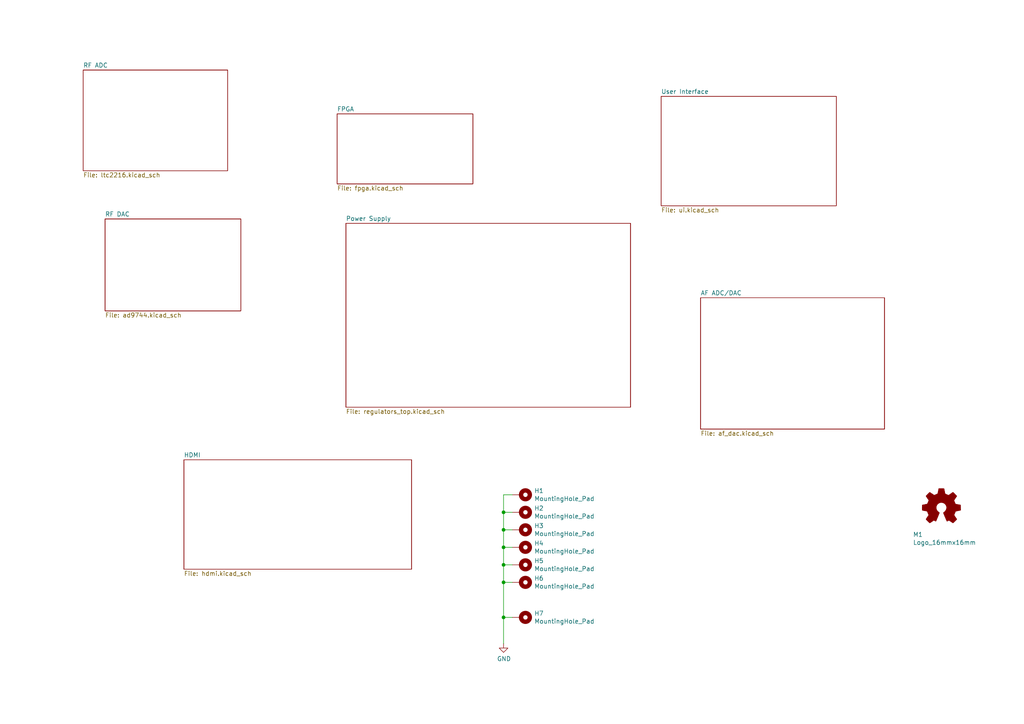
<source format=kicad_sch>
(kicad_sch (version 20210126) (generator eeschema)
  (paper "A4")
  (title_block (rev "DRAFT") (company "M0WUT"))
  (lib_symbols
    (symbol "Graphic:Logo_Open_Hardware_Small" (pin_names (offset 1.016))
      (symbol "Logo_Open_Hardware_Small_0_1"
        (polyline (pts (xy 3.3528 -4.3434) (xy 3.302 -4.318) (xy 3.175 -4.2418) (xy 2.9972 -4.1148) (xy 2.7686 -3.9624) (xy 2.54 -3.81) (xy 2.3622 -3.7084) (xy 2.2352 -3.6068) (xy 2.1844 -3.5814) (xy 2.159 -3.6068) (xy 2.0574 -3.6576) (xy 1.905 -3.7338) (xy 1.8034 -3.7846) (xy 1.6764 -3.8354) (xy 1.6002 -3.8354) (xy 1.6002 -3.8354) (xy 1.5494 -3.7338) (xy 1.4732 -3.5306) (xy 1.3462 -3.302) (xy 1.2446 -3.0226) (xy 1.1176 -2.7178) (xy 0.9652 -2.413) (xy 0.8636 -2.1082) (xy 0.7366 -1.8288) (xy 0.6604 -1.6256) (xy 0.6096 -1.4732) (xy 0.5842 -1.397) (xy 0.5842 -1.397) (xy 0.6604 -1.3208) (xy 0.7874 -1.2446) (xy 1.0414 -1.016) (xy 1.2954 -0.6858) (xy 1.4478 -0.3302) (xy 1.524 0.0762) (xy 1.4732 0.4572) (xy 1.3208 0.8128) (xy 1.0668 1.143) (xy 0.762 1.3716) (xy 0.4064 1.524) (xy 0 1.5748) (xy -0.381 1.5494) (xy -0.7366 1.397) (xy -1.0668 1.143) (xy -1.2192 0.9906) (xy -1.397 0.6604) (xy -1.524 0.3048) (xy -1.524 0.2286) (xy -1.4986 -0.1778) (xy -1.397 -0.5334) (xy -1.1938 -0.8636) (xy -0.9144 -1.143) (xy -0.8636 -1.1684) (xy -0.7366 -1.27) (xy -0.635 -1.3462) (xy -0.5842 -1.397) (xy -1.0668 -2.5908) (xy -1.143 -2.794) (xy -1.2954 -3.1242) (xy -1.397 -3.4036) (xy -1.4986 -3.6322) (xy -1.5748 -3.7846) (xy -1.6002 -3.8354) (xy -1.6002 -3.8354) (xy -1.651 -3.8354) (xy -1.7272 -3.81) (xy -1.905 -3.7338) (xy -2.0066 -3.683) (xy -2.1336 -3.6068) (xy -2.2098 -3.5814) (xy -2.2606 -3.6068) (xy -2.3622 -3.683) (xy -2.54 -3.81) (xy -2.7686 -3.9624) (xy -2.9718 -4.0894) (xy -3.1496 -4.2164) (xy -3.302 -4.318) (xy -3.3528 -4.3434) (xy -3.3782 -4.3434) (xy -3.429 -4.318) (xy -3.5306 -4.2164) (xy -3.7084 -4.064) (xy -3.937 -3.8354) (xy -3.9624 -3.81) (xy -4.1656 -3.6068) (xy -4.318 -3.4544) (xy -4.4196 -3.3274) (xy -4.445 -3.2766) (xy -4.445 -3.2766) (xy -4.4196 -3.2258) (xy -4.318 -3.0734) (xy -4.2164 -2.8956) (xy -4.064 -2.667) (xy -3.6576 -2.0828) (xy -3.8862 -1.5494) (xy -3.937 -1.3716) (xy -4.0386 -1.1684) (xy -4.0894 -1.0414) (xy -4.1148 -0.9652) (xy -4.191 -0.9398) (xy -4.318 -0.9144) (xy -4.5466 -0.8636) (xy -4.8006 -0.8128) (xy -5.0546 -0.7874) (xy -5.2578 -0.7366) (xy -5.4356 -0.7112) (xy -5.5118 -0.6858) (xy -5.5118 -0.6858) (xy -5.5372 -0.635) (xy -5.5372 -0.5588) (xy -5.5372 -0.4318) (xy -5.5626 -0.2286) (xy -5.5626 0.0762) (xy -5.5626 0.127) (xy -5.5372 0.4064) (xy -5.5372 0.635) (xy -5.5372 0.762) (xy -5.5372 0.8382) (xy -5.5372 0.8382) (xy -5.461 0.8382) (xy -5.3086 0.889) (xy -5.08 0.9144) (xy -4.826 0.9652) (xy -4.8006 0.9906) (xy -4.5466 1.0414) (xy -4.318 1.0668) (xy -4.1656 1.1176) (xy -4.0894 1.143) (xy -4.0894 1.143) (xy -4.0386 1.2446) (xy -3.9624 1.4224) (xy -3.8608 1.6256) (xy -3.7846 1.8288) (xy -3.7084 2.0066) (xy -3.6576 2.159) (xy -3.6322 2.2098) (xy -3.6322 2.2098) (xy -3.683 2.286) (xy -3.7592 2.413) (xy -3.8862 2.5908) (xy -4.064 2.8194) (xy -4.064 2.8448) (xy -4.2164 3.0734) (xy -4.3434 3.2512) (xy -4.4196 3.3782) (xy -4.445 3.4544) (xy -4.445 3.4544) (xy -4.3942 3.5052) (xy -4.2926 3.6322) (xy -4.1148 3.81) (xy -3.937 4.0132) (xy -3.8608 4.064) (xy -3.6576 4.2926) (xy -3.5052 4.4196) (xy -3.4036 4.4958) (xy -3.3528 4.5212) (xy -3.3528 4.5212) (xy -3.302 4.4704) (xy -3.1496 4.3688) (xy -2.9718 4.2418) (xy -2.7432 4.0894) (xy -2.7178 4.0894) (xy -2.4892 3.937) (xy -2.3114 3.81) (xy -2.1844 3.7084) (xy -2.1336 3.683) (xy -2.1082 3.683) (xy -2.032 3.7084) (xy -1.8542 3.7592) (xy -1.6764 3.8354) (xy -1.4732 3.937) (xy -1.27 4.0132) (xy -1.143 4.064) (xy -1.0668 4.1148) (xy -1.0668 4.1148) (xy -1.0414 4.191) (xy -1.016 4.3434) (xy -0.9652 4.572) (xy -0.9144 4.8514) (xy -0.889 4.9022) (xy -0.8382 5.1562) (xy -0.8128 5.3848) (xy -0.7874 5.5372) (xy -0.762 5.588) (xy -0.7112 5.6134) (xy -0.5842 5.6134) (xy -0.4064 5.6134) (xy -0.1524 5.6134) (xy 0.0762 5.6134) (xy 0.3302 5.6134) (xy 0.5334 5.6134) (xy 0.6858 5.588) (xy 0.7366 5.588) (xy 0.7366 5.588) (xy 0.762 5.5118) (xy 0.8128 5.334) (xy 0.8382 5.1054) (xy 0.9144 4.826) (xy 0.9144 4.7752) (xy 0.9652 4.5212) (xy 1.016 4.2926) (xy 1.0414 4.1402) (xy 1.0668 4.0894) (xy 1.0668 4.0894) (xy 1.1938 4.0386) (xy 1.3716 3.9624) (xy 1.5748 3.8608) (xy 2.0828 3.6576) (xy 2.7178 4.0894) (xy 2.7686 4.1402) (xy 2.9972 4.2926) (xy 3.175 4.4196) (xy 3.302 4.4958) (xy 3.3782 4.5212) (xy 3.3782 4.5212) (xy 3.429 4.4704) (xy 3.556 4.3434) (xy 3.7338 4.191) (xy 3.9116 3.9878) (xy 4.064 3.8354) (xy 4.2418 3.6576) (xy 4.3434 3.556) (xy 4.4196 3.4798) (xy 4.4196 3.429) (xy 4.4196 3.4036) (xy 4.3942 3.3274) (xy 4.2926 3.2004) (xy 4.1656 2.9972) (xy 4.0132 2.794) (xy 3.8862 2.5908) (xy 3.7592 2.3876) (xy 3.6576 2.2352) (xy 3.6322 2.159) (xy 3.6322 2.1336) (xy 3.683 2.0066) (xy 3.7592 1.8288) (xy 3.8608 1.6002) (xy 4.064 1.1176) (xy 4.3942 1.0414) (xy 4.5974 1.016) (xy 4.8768 0.9652) (xy 5.1308 0.9144) (xy 5.5372 0.8382) (xy 5.5626 -0.6604) (xy 5.4864 -0.6858) (xy 5.4356 -0.6858) (xy 5.2832 -0.7366) (xy 5.0546 -0.762) (xy 4.8006 -0.8128) (xy 4.5974 -0.8636) (xy 4.3688 -0.9144) (xy 4.2164 -0.9398) (xy 4.1402 -0.9398) (xy 4.1148 -0.9652) (xy 4.064 -1.0668) (xy 3.9878 -1.2446) (xy 3.9116 -1.4478) (xy 3.81 -1.651) (xy 3.7338 -1.8542) (xy 3.683 -2.0066) (xy 3.6576 -2.0828) (xy 3.683 -2.1336) (xy 3.7846 -2.2606) (xy 3.8862 -2.4638) (xy 4.0386 -2.667) (xy 4.191 -2.8956) (xy 4.318 -3.0734) (xy 4.3942 -3.2004) (xy 4.445 -3.2766) (xy 4.4196 -3.3274) (xy 4.3434 -3.429) (xy 4.1656 -3.5814) (xy 3.937 -3.8354) (xy 3.8862 -3.8608) (xy 3.683 -4.064) (xy 3.5306 -4.2164) (xy 3.4036 -4.318) (xy 3.3528 -4.3434)) (fill (type outline)))
      )
    )
    (symbol "Mechanical:MountingHole_Pad" (pin_numbers hide) (pin_names (offset 1.016) hide)
      (property "Reference" "H" (at 0 6.35 0))
      (property "Value" "MountingHole_Pad" (at 0 4.445 0))
      (symbol "MountingHole_Pad_0_1"
        (circle (center 0 1.27) (radius 1.27) (stroke (width 1.27)))
      )
      (symbol "MountingHole_Pad_1_1"
        (pin input line (at 0 -2.54 90) (length 2.54) (name "1") (number "1"))
      )
    )
    (symbol "Misc_WUT:Logo_16mmx16mm" (pin_names (offset 1.016))
      (property "Reference" "M" (at 0 1.27 0))
      (property "Value" "Logo_16mmx16mm" (at 0 -1.27 0))
    )
    (symbol "power:GND" (power) (pin_names (offset 0))
      (property "Value" "GND" (at 0 -3.81 0))
      (symbol "GND_0_1"
        (polyline (pts (xy 0 0) (xy 0 -1.27) (xy 1.27 -1.27) (xy 0 -2.54) (xy -1.27 -1.27) (xy 0 -1.27)))
      )
      (symbol "GND_1_1"
        (pin power_in line (at 0 0 270) (length 0) hide (name "GND") (number "1"))
      )
    )
  )
  (junction (at 146.05 148.59) (diameter 0.9144))
  (junction (at 146.05 153.67) (diameter 0.9144))
  (junction (at 146.05 158.75) (diameter 0.9144))
  (junction (at 146.05 163.83) (diameter 0.9144))
  (junction (at 146.05 168.91) (diameter 0.9144))
  (junction (at 146.05 179.07) (diameter 0.9144))
  (wire (pts (xy 146.05 143.51) (xy 148.59 143.51)))
  (wire (pts (xy 146.05 148.59) (xy 146.05 143.51)))
  (wire (pts (xy 146.05 153.67) (xy 146.05 148.59)))
  (wire (pts (xy 146.05 158.75) (xy 146.05 153.67)))
  (wire (pts (xy 146.05 163.83) (xy 146.05 158.75)))
  (wire (pts (xy 146.05 168.91) (xy 146.05 163.83)))
  (wire (pts (xy 146.05 168.91) (xy 146.05 179.07)))
  (wire (pts (xy 146.05 179.07) (xy 146.05 186.69)))
  (wire (pts (xy 148.59 148.59) (xy 146.05 148.59)))
  (wire (pts (xy 148.59 153.67) (xy 146.05 153.67)))
  (wire (pts (xy 148.59 158.75) (xy 146.05 158.75)))
  (wire (pts (xy 148.59 163.83) (xy 146.05 163.83)))
  (wire (pts (xy 148.59 168.91) (xy 146.05 168.91)))
  (wire (pts (xy 148.59 179.07) (xy 146.05 179.07)))
  (symbol (lib_id "Misc_WUT:Logo_16mmx16mm") (at 264.16 156.21 0) (unit 1)
    (property "Reference" "M1" (at 264.795 155.0416 0) (effects (justify left)))
    (property "Value" "Logo_16mmx16mm" (at 264.795 157.353 0) (effects (justify left)))
    (property "Footprint" "Misc_WUT:Logo_16mmx16mm" (effects hide))
  )
  (symbol (lib_id "power:GND") (at 146.05 186.69 0) (unit 1)
    (property "Reference" "#PWR01" (effects hide))
    (property "Value" "GND" (at 146.177 191.0842 0))
  )
  (symbol (lib_id "Mechanical:MountingHole_Pad") (at 151.13 143.51 270) (unit 1)
    (property "Reference" "H1" (at 154.94 142.3416 90) (effects (justify left)))
    (property "Value" "MountingHole_Pad" (at 154.94 144.653 90) (effects (justify left)))
    (property "Footprint" "MountingHole:MountingHole_3.2mm_M3_Pad_Via" (effects hide))
  )
  (symbol (lib_id "Mechanical:MountingHole_Pad") (at 151.13 148.59 270) (unit 1)
    (property "Reference" "H2" (at 154.94 147.4216 90) (effects (justify left)))
    (property "Value" "MountingHole_Pad" (at 154.94 149.733 90) (effects (justify left)))
    (property "Footprint" "MountingHole:MountingHole_3.2mm_M3_Pad_Via" (effects hide))
  )
  (symbol (lib_id "Mechanical:MountingHole_Pad") (at 151.13 153.67 270) (unit 1)
    (property "Reference" "H3" (at 154.94 152.5016 90) (effects (justify left)))
    (property "Value" "MountingHole_Pad" (at 154.94 154.813 90) (effects (justify left)))
    (property "Footprint" "MountingHole:MountingHole_3.2mm_M3_Pad_Via" (effects hide))
  )
  (symbol (lib_id "Mechanical:MountingHole_Pad") (at 151.13 158.75 270) (unit 1)
    (property "Reference" "H4" (at 154.94 157.5816 90) (effects (justify left)))
    (property "Value" "MountingHole_Pad" (at 154.94 159.893 90) (effects (justify left)))
    (property "Footprint" "MountingHole:MountingHole_3.2mm_M3_Pad_Via" (effects hide))
  )
  (symbol (lib_id "Mechanical:MountingHole_Pad") (at 151.13 163.83 270) (unit 1)
    (property "Reference" "H5" (at 154.94 162.6616 90) (effects (justify left)))
    (property "Value" "MountingHole_Pad" (at 154.94 164.973 90) (effects (justify left)))
    (property "Footprint" "MountingHole:MountingHole_3.2mm_M3_Pad_Via" (effects hide))
  )
  (symbol (lib_id "Mechanical:MountingHole_Pad") (at 151.13 168.91 270) (unit 1)
    (property "Reference" "H6" (at 154.94 167.7416 90) (effects (justify left)))
    (property "Value" "MountingHole_Pad" (at 154.94 170.053 90) (effects (justify left)))
    (property "Footprint" "MountingHole:MountingHole_3.2mm_M3_Pad_Via" (effects hide))
  )
  (symbol (lib_id "Mechanical:MountingHole_Pad") (at 151.13 179.07 270) (unit 1)
    (property "Reference" "H7" (at 154.94 177.9016 90) (effects (justify left)))
    (property "Value" "MountingHole_Pad" (at 154.94 180.213 90) (effects (justify left)))
    (property "Footprint" "MountingHole:MountingHole_3.2mm_M3_Pad_Via" (effects hide))
  )
  (symbol (lib_id "Graphic:Logo_Open_Hardware_Small") (at 273.05 147.32 0) (unit 1)
    (property "Reference" "#LOGO1" (effects hide))
    (property "Value" "Logo_Open_Hardware_Small" (effects hide))
  )
  (sheet (at 203.2 86.36) (size 53.34 38.1)
    (property "Sheet name" "AF ADC/DAC" (at 203.2 85.7245 0) (effects (justify left bottom)))
    (property "Sheet file" "af_dac.kicad_sch" (at 203.2 124.9685 0) (effects (justify left top)))
  )
  (sheet (at 97.79 33.02) (size 39.37 20.32)
    (property "Sheet name" "FPGA" (at 97.79 32.3845 0) (effects (justify left bottom)))
    (property "Sheet file" "fpga.kicad_sch" (at 97.79 53.8485 0) (effects (justify left top)))
  )
  (sheet (at 53.34 133.35) (size 66.04 31.75)
    (property "Sheet name" "HDMI" (at 53.34 132.7145 0) (effects (justify left bottom)))
    (property "Sheet file" "hdmi.kicad_sch" (at 53.34 165.6085 0) (effects (justify left top)))
  )
  (sheet (at 100.33 64.77) (size 82.55 53.34)
    (property "Sheet name" "Power Supply" (at 100.33 64.1345 0) (effects (justify left bottom)))
    (property "Sheet file" "regulators_top.kicad_sch" (at 100.33 118.6185 0) (effects (justify left top)))
  )
  (sheet (at 24.13 20.32) (size 41.91 29.21)
    (property "Sheet name" "RF ADC" (at 24.13 19.6845 0) (effects (justify left bottom)))
    (property "Sheet file" "ltc2216.kicad_sch" (at 24.13 50.0385 0) (effects (justify left top)))
  )
  (sheet (at 30.48 63.5) (size 39.37 26.67)
    (property "Sheet name" "RF DAC" (at 30.48 62.8645 0) (effects (justify left bottom)))
    (property "Sheet file" "ad9744.kicad_sch" (at 30.48 90.6785 0) (effects (justify left top)))
  )
  (sheet (at 191.77 27.94) (size 50.8 31.75)
    (property "Sheet name" "User Interface" (at 191.77 27.3045 0) (effects (justify left bottom)))
    (property "Sheet file" "ui.kicad_sch" (at 191.77 60.1985 0) (effects (justify left top)))
  )
)
</source>
